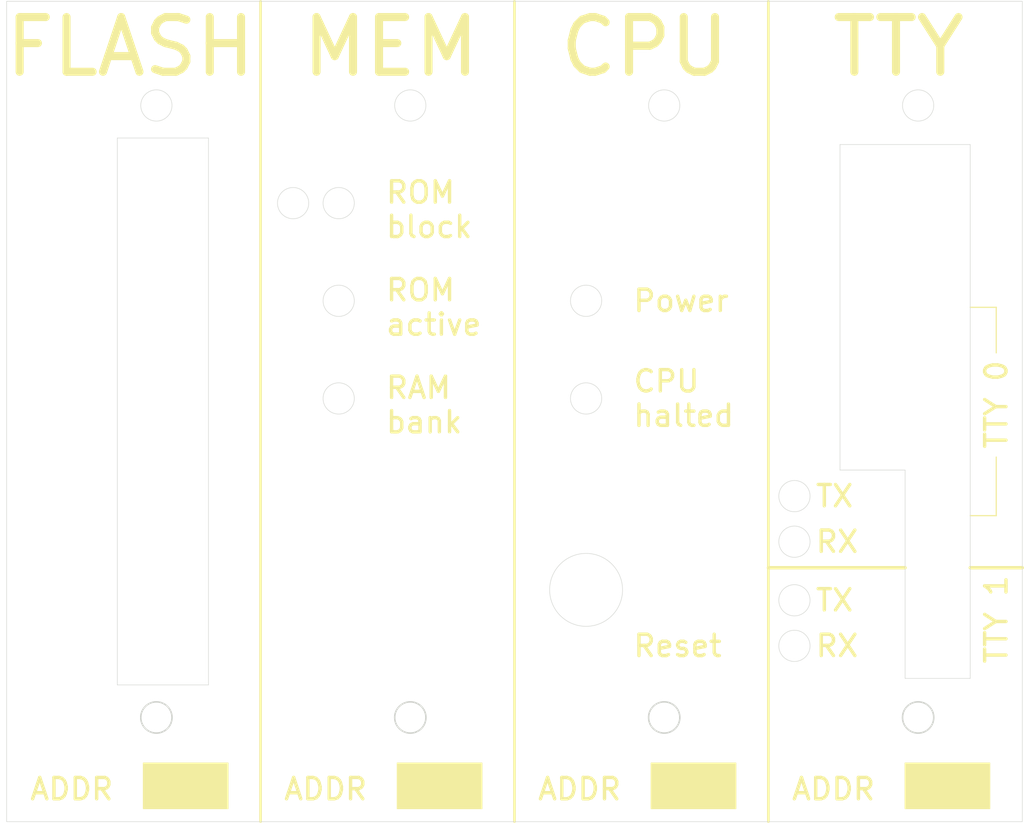
<source format=kicad_pcb>
(kicad_pcb (version 20171130) (host pcbnew "(5.1.6)-1")

  (general
    (thickness 1.6)
    (drawings 72)
    (tracks 0)
    (zones 0)
    (modules 0)
    (nets 1)
  )

  (page A4)
  (layers
    (0 F.Cu signal)
    (31 B.Cu signal)
    (32 B.Adhes user)
    (33 F.Adhes user)
    (34 B.Paste user)
    (35 F.Paste user)
    (36 B.SilkS user)
    (37 F.SilkS user)
    (38 B.Mask user)
    (39 F.Mask user)
    (40 Dwgs.User user)
    (41 Cmts.User user)
    (42 Eco1.User user)
    (43 Eco2.User user)
    (44 Edge.Cuts user)
    (45 Margin user)
    (46 B.CrtYd user)
    (47 F.CrtYd user)
    (48 B.Fab user)
    (49 F.Fab user)
  )

  (setup
    (last_trace_width 0.25)
    (trace_clearance 0.2)
    (zone_clearance 0.508)
    (zone_45_only no)
    (trace_min 0.2)
    (via_size 0.8)
    (via_drill 0.4)
    (via_min_size 0.4)
    (via_min_drill 0.3)
    (uvia_size 0.3)
    (uvia_drill 0.1)
    (uvias_allowed no)
    (uvia_min_size 0.2)
    (uvia_min_drill 0.1)
    (edge_width 0.05)
    (segment_width 0.2)
    (pcb_text_width 0.3)
    (pcb_text_size 1.5 1.5)
    (mod_edge_width 0.12)
    (mod_text_size 1 1)
    (mod_text_width 0.15)
    (pad_size 1.524 1.524)
    (pad_drill 0.762)
    (pad_to_mask_clearance 0.05)
    (aux_axis_origin 0 0)
    (visible_elements 7FFFFFFF)
    (pcbplotparams
      (layerselection 0x010fc_ffffffff)
      (usegerberextensions false)
      (usegerberattributes true)
      (usegerberadvancedattributes true)
      (creategerberjobfile true)
      (excludeedgelayer true)
      (linewidth 0.100000)
      (plotframeref false)
      (viasonmask false)
      (mode 1)
      (useauxorigin false)
      (hpglpennumber 1)
      (hpglpenspeed 20)
      (hpglpendiameter 15.000000)
      (psnegative false)
      (psa4output false)
      (plotreference true)
      (plotvalue true)
      (plotinvisibletext false)
      (padsonsilk false)
      (subtractmaskfromsilk false)
      (outputformat 1)
      (mirror false)
      (drillshape 1)
      (scaleselection 1)
      (outputdirectory ""))
  )

  (net 0 "")

  (net_class Default "This is the default net class."
    (clearance 0.2)
    (trace_width 0.25)
    (via_dia 0.8)
    (via_drill 0.4)
    (uvia_dia 0.3)
    (uvia_drill 0.1)
  )

  (gr_line (start 179.07 77.47) (end 179.07 71.755) (layer F.SilkS) (width 0.12))
  (gr_line (start 179.07 57.15) (end 179.07 61.595) (layer F.SilkS) (width 0.12))
  (gr_line (start 176.53 77.47) (end 179.07 77.47) (layer F.SilkS) (width 0.12))
  (gr_line (start 176.53 57.15) (end 179.07 57.15) (layer F.SilkS) (width 0.12))
  (gr_poly (pts (xy 104.14 106.045) (xy 95.885 106.045) (xy 95.885 101.6) (xy 104.14 101.6)) (layer F.SilkS) (width 0.1) (tstamp 6167F606))
  (gr_poly (pts (xy 128.905 106.045) (xy 120.65 106.045) (xy 120.65 101.6) (xy 128.905 101.6)) (layer F.SilkS) (width 0.1) (tstamp 6167F5FD))
  (gr_poly (pts (xy 153.67 106.045) (xy 145.415 106.045) (xy 145.415 101.6) (xy 153.67 101.6)) (layer F.SilkS) (width 0.1) (tstamp 6167F5F2))
  (gr_poly (pts (xy 178.435 106.045) (xy 170.18 106.045) (xy 170.18 101.6) (xy 178.435 101.6)) (layer F.SilkS) (width 0.1))
  (gr_text "TTY 1" (at 179.07 92.075 90) (layer F.SilkS) (tstamp 6167F49B)
    (effects (font (size 2.0828 2.0828) (thickness 0.3302)) (justify left))
  )
  (gr_text "TTY 0" (at 179.07 71.12 90) (layer F.SilkS) (tstamp 6167F479)
    (effects (font (size 2.0828 2.0828) (thickness 0.3302)) (justify left))
  )
  (gr_line (start 176.53 82.55) (end 181.61 82.55) (layer F.SilkS) (width 0.3302) (tstamp 6167F423))
  (gr_text TX (at 161.29 85.725) (layer F.SilkS) (tstamp 6167F412)
    (effects (font (size 2.0828 2.0828) (thickness 0.3302)) (justify left))
  )
  (gr_text RX (at 161.29 90.17) (layer F.SilkS) (tstamp 6167F411)
    (effects (font (size 2.0828 2.0828) (thickness 0.3302)) (justify left))
  )
  (gr_text TX (at 161.29 75.565) (layer F.SilkS) (tstamp 6167F3CB)
    (effects (font (size 2.0828 2.0828) (thickness 0.3302)) (justify left))
  )
  (gr_text RX (at 161.29 80.01) (layer F.SilkS) (tstamp 6167F39A)
    (effects (font (size 2.0828 2.0828) (thickness 0.3302)) (justify left))
  )
  (gr_circle (center 159.385 85.725) (end 159.385 84.201) (layer Edge.Cuts) (width 0.05) (tstamp 6167F26B))
  (gr_circle (center 159.385 90.17) (end 159.385 88.646) (layer Edge.Cuts) (width 0.05) (tstamp 6167F26A))
  (gr_circle (center 159.385 80.01) (end 159.385 78.486) (layer Edge.Cuts) (width 0.05) (tstamp 6167F249))
  (gr_circle (center 159.385 75.565) (end 159.385 74.041) (layer Edge.Cuts) (width 0.05) (tstamp 6167F248))
  (gr_line (start 156.845 82.55) (end 170.18 82.55) (layer F.SilkS) (width 0.3302))
  (gr_line (start 176.53 93.345) (end 176.53 41.275) (layer Edge.Cuts) (width 0.05) (tstamp 6167C37A))
  (gr_line (start 170.18 93.345) (end 176.53 93.345) (layer Edge.Cuts) (width 0.05))
  (gr_line (start 170.18 73.025) (end 170.18 93.345) (layer Edge.Cuts) (width 0.05))
  (gr_line (start 163.83 73.025) (end 170.18 73.025) (layer Edge.Cuts) (width 0.05))
  (gr_line (start 163.83 41.275) (end 163.83 73.025) (layer Edge.Cuts) (width 0.05))
  (gr_line (start 176.53 41.275) (end 163.83 41.275) (layer Edge.Cuts) (width 0.05))
  (gr_text ADDR (at 163.195 104.14) (layer F.SilkS) (tstamp 6150AD3A)
    (effects (font (size 2.0828 2.0828) (thickness 0.3302)))
  )
  (gr_text TTY (at 169.545 31.75) (layer F.SilkS) (tstamp 6150AD39)
    (effects (font (size 5.334 5.334) (thickness 0.7874)))
  )
  (gr_line (start 156.845 107.315) (end 181.61 107.315) (layer Edge.Cuts) (width 0.05) (tstamp 6150AD37))
  (gr_circle (center 171.45 37.465) (end 172.974 37.465) (layer Edge.Cuts) (width 0.05) (tstamp 6150AD33))
  (gr_circle (center 171.45 97.155) (end 172.974 97.155) (layer Edge.Cuts) (width 0.15) (tstamp 6150AD32))
  (gr_line (start 156.845 27.305) (end 181.61 27.305) (layer Edge.Cuts) (width 0.05) (tstamp 6150AD31))
  (gr_line (start 181.61 107.315) (end 181.61 27.305) (layer Edge.Cuts) (width 0.05) (tstamp 6150AD2E))
  (gr_line (start 93.345 93.98) (end 93.345 40.64) (layer Edge.Cuts) (width 0.05) (tstamp 615054A6))
  (gr_line (start 82.55 27.305) (end 107.315 27.305) (layer Edge.Cuts) (width 0.05) (tstamp 6150549E))
  (gr_circle (center 114.935 66.04) (end 116.459 66.04) (layer Edge.Cuts) (width 0.05) (tstamp 61505BD0))
  (gr_circle (center 114.935 56.515) (end 116.459 56.515) (layer Edge.Cuts) (width 0.05) (tstamp 61505BC5))
  (gr_circle (center 114.935 46.99) (end 116.459 46.99) (layer Edge.Cuts) (width 0.05) (tstamp 61505BB8))
  (gr_line (start 82.55 27.305) (end 82.55 107.315) (layer Edge.Cuts) (width 0.05) (tstamp 6150549F))
  (gr_line (start 93.345 40.64) (end 102.235 40.64) (layer Edge.Cuts) (width 0.05) (tstamp 615054A7))
  (gr_line (start 107.315 107.315) (end 132.08 107.315) (layer Edge.Cuts) (width 0.05) (tstamp 6150590E))
  (gr_circle (center 110.49 46.99) (end 112.014 46.99) (layer Edge.Cuts) (width 0.05) (tstamp 61505BAE))
  (gr_line (start 102.235 40.64) (end 102.235 93.98) (layer Edge.Cuts) (width 0.05) (tstamp 615054A4))
  (gr_line (start 82.55 107.315) (end 107.315 107.315) (layer Edge.Cuts) (width 0.05) (tstamp 6150549D))
  (gr_circle (center 121.92 37.465) (end 123.444 37.465) (layer Edge.Cuts) (width 0.05) (tstamp 6150590A))
  (gr_circle (center 121.92 97.155) (end 123.444 97.155) (layer Edge.Cuts) (width 0.15) (tstamp 61505909))
  (gr_line (start 107.315 27.305) (end 132.08 27.305) (layer Edge.Cuts) (width 0.05) (tstamp 61505907))
  (gr_line (start 107.315 107.315) (end 107.315 27.305) (layer F.SilkS) (width 0.254) (tstamp 6150549C))
  (gr_circle (center 97.155 37.465) (end 98.679 37.465) (layer Edge.Cuts) (width 0.05) (tstamp 61505499))
  (gr_circle (center 97.155 97.155) (end 98.679 97.155) (layer Edge.Cuts) (width 0.15) (tstamp 61505498))
  (gr_line (start 102.235 93.98) (end 93.345 93.98) (layer Edge.Cuts) (width 0.05) (tstamp 615054A5))
  (gr_text "RAM\nbank" (at 119.38 66.675) (layer F.SilkS) (tstamp 61505B25)
    (effects (font (size 2.0828 2.0828) (thickness 0.3302)) (justify left))
  )
  (gr_text "ROM\nblock" (at 119.38 47.625) (layer F.SilkS) (tstamp 61505A15)
    (effects (font (size 2.0828 2.0828) (thickness 0.3302)) (justify left))
  )
  (gr_text ADDR (at 88.9 104.14) (layer F.SilkS) (tstamp 61505495)
    (effects (font (size 2.0828 2.0828) (thickness 0.3302)))
  )
  (gr_text MEM (at 120.015 31.75) (layer F.SilkS) (tstamp 61505901)
    (effects (font (size 5.334 5.334) (thickness 0.7874)))
  )
  (gr_text FLASH (at 94.615 31.75) (layer F.SilkS) (tstamp 61505496)
    (effects (font (size 5.334 5.334) (thickness 0.7874)))
  )
  (gr_text ADDR (at 113.665 104.14) (layer F.SilkS) (tstamp 61505902)
    (effects (font (size 2.0828 2.0828) (thickness 0.3302)))
  )
  (gr_text "ROM\nactive" (at 119.38 57.15) (layer F.SilkS) (tstamp 61505AF4)
    (effects (font (size 2.0828 2.0828) (thickness 0.3302)) (justify left))
  )
  (gr_text "Reset\n" (at 143.51 90.17) (layer F.SilkS) (tstamp 61506143)
    (effects (font (size 2.0828 2.0828) (thickness 0.3302)) (justify left))
  )
  (gr_circle (center 139.065 84.709) (end 142.621 84.709) (layer Edge.Cuts) (width 0.05))
  (gr_circle (center 139.065 56.515) (end 140.589 56.515) (layer Edge.Cuts) (width 0.05) (tstamp 61505F9F))
  (gr_circle (center 139.065 66.04) (end 140.589 66.04) (layer Edge.Cuts) (width 0.05) (tstamp 61505F9E))
  (gr_text "Power\n" (at 143.51 56.515) (layer F.SilkS) (tstamp 61505F9D)
    (effects (font (size 2.0828 2.0828) (thickness 0.3302)) (justify left))
  )
  (gr_text "CPU\nhalted" (at 143.51 66.04) (layer F.SilkS) (tstamp 61505F9C)
    (effects (font (size 2.0828 2.0828) (thickness 0.3302)) (justify left))
  )
  (gr_line (start 132.08 107.315) (end 156.845 107.315) (layer Edge.Cuts) (width 0.05) (tstamp 61505F70))
  (gr_circle (center 146.685 37.465) (end 148.209 37.465) (layer Edge.Cuts) (width 0.05) (tstamp 61505F6C))
  (gr_circle (center 146.685 97.155) (end 148.209 97.155) (layer Edge.Cuts) (width 0.15) (tstamp 61505F6B))
  (gr_line (start 132.08 27.305) (end 156.845 27.305) (layer Edge.Cuts) (width 0.05) (tstamp 61505F69))
  (gr_line (start 132.08 27.305) (end 132.08 107.315) (layer F.SilkS) (width 0.254) (tstamp 61505F68))
  (gr_line (start 156.845 107.315) (end 156.845 27.305) (layer F.SilkS) (width 0.254) (tstamp 61505F67))
  (gr_text ADDR (at 138.43 104.14) (layer F.SilkS) (tstamp 61505F64)
    (effects (font (size 2.0828 2.0828) (thickness 0.3302)))
  )
  (gr_text CPU (at 144.78 31.75) (layer F.SilkS) (tstamp 61505F63)
    (effects (font (size 5.334 5.334) (thickness 0.7874)))
  )

)

</source>
